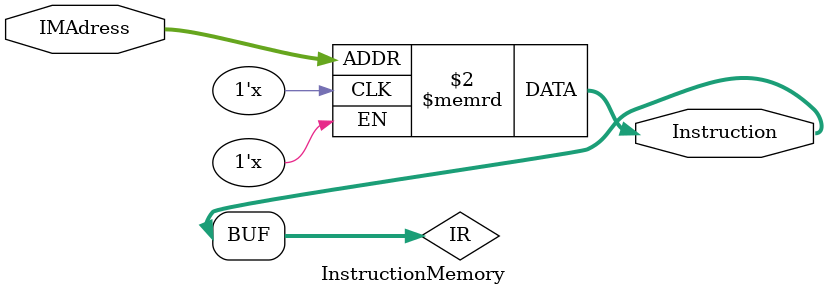
<source format=v>

module InstructionMemory(Instruction,IMAdress);
input [9:0] IMAdress;
output [31:0]  Instruction;

reg [31:0]  IMem[1024:0];
reg [31:0]  IR;

always@(IMAdress) begin
    IR = IMem[IMAdress];
end

assign Instruction = IR;

endmodule

</source>
